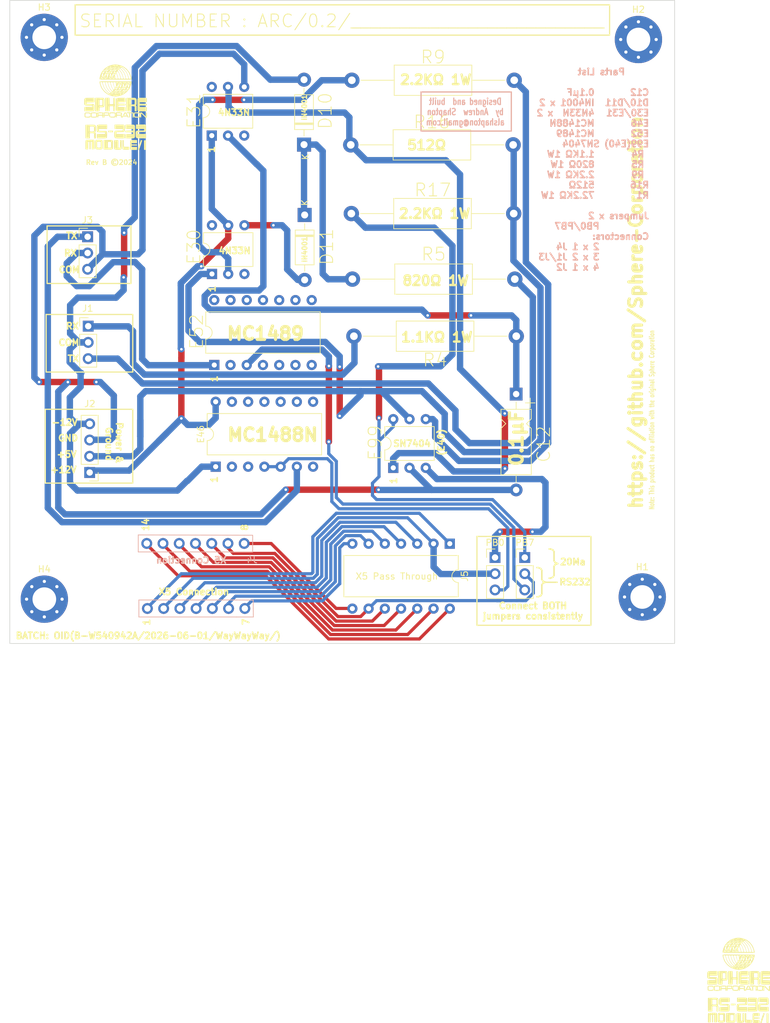
<source format=kicad_pcb>
(kicad_pcb (version 20221018) (generator pcbnew)
  (title_block (title "Project ARC: Sphere-1 RS-232 Module") (date "2023-07-31") (rev "0.2") (comment 1 "Additional RS/232 Circuitry"))
  (layers (0 "F.Cu" signal) (31 "B.Cu" signal) (34 "B.Paste" user) (35 "F.Paste" user) (36 "B.SilkS" user "B.Silkscreen") (37 "F.SilkS" user "F.Silkscreen") (38 "B.Mask" user) (39 "F.Mask" user) (44 "Edge.Cuts" user))
  (property "FAB_PLANT_USER" "W540942A")
  (net 0 "")
  (net 1 "Net-(D10-K)")
  (net 2 "Net-(D11-A)")
  (net 3 "Net-(E30-A)")
  (net 4 "Net-(E30-C-Pad2)")
  (net 6 "Net-(E31-A)")
  (net 8 "Net-(C12-Pad1)")
  (net 10 "Net-(E31-E)")
  (net 14 "Net-(E46-2A)")
  (net 15 "Net-(E46-2Y)")
  (net 17 "Net-(E46-3Y)")
  (net 23 "Net-(E52-1A)")
  (net 25 "Net-(E52-1Y)")
  (net 30 "Net-(E52-3Y)")
  (net 36 "Net-(J1-Pin_1)")
  (net 37 "Net-(J1-Pin_3)")
  (net 38 "Net-(E99-1A)")
  (net 39 "Net-(E99-2A)")
  (net 40 "Net-(E99-2Y)")
  (net 41 "Net-(E99-1Y)")
  (net 47 "Net-(J5-Pin_1)")
  (net 48 "Net-(J5-Pin_2)")
  (net 49 "Net-(J5-Pin_3)")
  (net 50 "Net-(J5-Pin_4)")
  (net 51 "Net-(J5-Pin_6)")
  (net 52 "Net-(J5-Pin_7)")
  (net 53 "Net-(J5-Pin_9)")
  (net 54 "Net-(J5-Pin_10)")
  (net 55 "Net-(J5-Pin_11)")
  (net 56 "Net-(J5-Pin_12)")
  (net 57 "Net-(J5-Pin_13)")
  (net 58 "Net-(J5-Pin_14)")
  (net 59 "Net-(D10-A)")
  (net 60 "Net-(J5-Pin_5)")
  (net 61 "Net-(J5-Pin_8)")
  (footprint "Connector_PinHeader_2.54mm:PinHeader_1x03_P2.54mm_Vertical" (layer "F.Cu") (at 96.56 107.19)
    (fp_text reference "PB7")
    (fp_text value "Jumper_3_Bridged12" hide)
  )
  (footprint "RS232:rs232-module-1-logo" (layer "F.Cu") (at 129.93 178.02)
    (fp_text reference "G***" hide)
    (fp_text value "LOGO" hide)
  )
  (footprint "Package_DIP:DIP-6_W7.62mm" (layer "F.Cu") (at 75.99 93.16 90)
    (fp_text reference "E99")
    (fp_text value "SN7404")
  )
  (footprint "Package_DIP:DIP-6_W7.62mm" (layer "F.Cu") (at 47.63 62.82 90)
    (fp_text reference "E30")
    (fp_text value "4N33N")
  )
  (footprint "Package_DIP:DIP-14_W10.16mm" (layer "F.Cu") (at 47.99 77.07 90)
    (fp_text reference "E52")
    (fp_text value "MC1489")
  )
  (footprint "Connector_PinHeader_2.54mm:PinHeader_1x03_P2.54mm_Vertical" (layer "F.Cu") (at 91.91 107.19)
    (fp_text reference "PB0")
    (fp_text value "Jumper_3_Bridged12" hide)
  )
  (footprint "Package_DIP:DIP-6_W7.62mm" (layer "F.Cu") (at 47.6 41.17 90)
    (fp_text reference "E31")
    (fp_text value "4N33N")
  )
  (footprint "RS232:sphere-corp-board-logo" (layer "F.Cu") (at 130.03 170.84)
    (fp_text reference "G***" hide)
    (fp_text value "LOGO" hide)
  )
  (footprint "RS232:sphere-corp-board-logo" (layer "F.Cu") (at 32.567207 34.187225)
    (fp_text reference "G***" hide)
    (fp_text value "LOGO" hide)
  )
  (footprint "Resistor_THT:R_Axial_DIN0414_L11.9mm_D4.5mm_P25.40mm_Horizontal" (layer "F.Cu") (at 95.23 72.56 180)
    (fp_text reference "R4")
    (fp_text value "1.1 kOhm  1W")
  )
  (footprint "Package_DIP:DIP-14_W10.16mm" (layer "F.Cu") (at 48.21 92.98 90)
    (fp_text reference "E46")
    (fp_text value "MC1488N")
  )
  (footprint "Diode_THT:D_DO-41_SOD81_P10.16mm_Horizontal" (layer "F.Cu") (at 62.13 53.59 -90)
    (fp_text reference "D11" hide)
    (fp_text value "1N4001")
  )
  (footprint "Resistor_THT:R_Axial_DIN0414_L11.9mm_D4.5mm_P25.40mm_Horizontal" (layer "F.Cu") (at 69.43 53.37)
    (fp_text reference "R17")
    (fp_text value "1 kOhm  ¼W")
  )
  (footprint "Connector_PinHeader_2.54mm:PinHeader_1x04_P2.54mm_Vertical" (layer "F.Cu") (at 28.5 93.89 180)
    (fp_text reference "J2")
    (fp_text value "Conn_01x04_Pin")
  )
  (footprint "Package_DIP:DIP-14_W10.16mm" (layer "F.Cu") (at 84.83 105.03 -90)
    (fp_text reference "J5")
    (fp_text value "X5 Pass Through")
  )
  (footprint "Connector_PinHeader_2.54mm:PinHeader_1x03_P2.54mm_Vertical" (layer "F.Cu") (at 28.27 70.99)
    (fp_text reference "J1")
    (fp_text value "Conn_01x03_Pin")
  )
  (footprint "RS232:rs232-module-1-logo" (layer "F.Cu") (at 32.557207 41.397225)
    (fp_text reference "G***" hide)
    (fp_text value "LOGO" hide)
  )
  (footprint "Capacitor_THT:CP_Axial_L10.0mm_D4.5mm_P15.00mm_Horizontal" (layer "F.Cu") (at 95.21 81.62 -90)
    (fp_text reference "C12")
    (fp_text value "CK-104")
  )
  (footprint "MountingHole:MountingHole_3.7mm_Pad_Via" (layer "F.Cu") (at 114.94 113.37)
    (fp_text reference "H1")
    (fp_text value "MountingHole_Pad")
  )
  (footprint "Resistor_THT:R_Axial_DIN0414_L11.9mm_D4.5mm_P25.40mm_Horizontal" (layer "F.Cu") (at 69.6 63.63)
    (fp_text reference "R5")
    (fp_text value "820 Ohm  1W")
  )
  (footprint "MountingHole:MountingHole_3.7mm_Pad_Via" (layer "F.Cu") (at 21.407779 113.712221)
    (fp_text reference "H4")
    (fp_text value "MountingHole_Pad")
  )
  (footprint "MountingHole:MountingHole_3.7mm_Pad_Via" (layer "F.Cu") (at 114.34 26.135)
    (fp_text reference "H2")
    (fp_text value "MountingHole_Pad")
  )
  (footprint "Diode_THT:D_DO-41_SOD81_P10.16mm_Horizontal" (layer "F.Cu") (at 62.03 42.58 90)
    (fp_text reference "D10")
    (fp_text value "1N4001")
  )
  (footprint "Resistor_THT:R_Axial_DIN0414_L11.9mm_D4.5mm_P25.40mm_Horizontal" (layer "F.Cu") (at 69.34 42.62)
    (fp_text reference "R16")
    (fp_text value "512 Ohm  ¼W")
  )
  (footprint "Resistor_THT:R_Axial_DIN0414_L11.9mm_D4.5mm_P25.40mm_Horizontal" (layer "F.Cu") (at 69.51 32.51)
    (fp_text reference "R9")
    (fp_text value "2 kOhm  ¼W")
  )
  (footprint "MountingHole:MountingHole_3.7mm_Pad_Via" (layer "F.Cu") (at 21.39 25.795)
    (fp_text reference "H3")
    (fp_text value "MountingHole_Pad" hide)
  )
  (footprint "Connector_PinHeader_2.54mm:PinHeader_1x03_P2.54mm_Vertical" (layer "F.Cu") (at 28.18 57)
    (fp_text reference "J3")
    (fp_text value "Conn_01x03_Pin")
  )
  (footprint "Connector_PinHeader_2.54mm:PinHeader_1x07_P2.54mm_Vertical" (layer "B.Cu") (at 52.77 115.17 90)
    (fp_text reference "J4")
    (fp_text value "Conn_01x03_Pin" hide)
  )
  (footprint "Connector_PinHeader_2.54mm:PinHeader_1x07_P2.54mm_Vertical" (layer "B.Cu") (at 52.67 104.99 90)
    (fp_text reference "J6" hide)
    (fp_text value "Conn_01x03_Pin" hide)
  )
  (gr_rect (start 80.335 34.34) (end 94.455 40.46) (stroke (width 0.2)) (fill none) (layer "B.SilkS"))
  (gr_rect (start 26.23 20.71) (end 109.83 25.45) (stroke (width 0.2)) (fill none) (layer "F.SilkS"))
  (gr_rect (start 21.69 69.16) (end 35.24 78.17) (stroke (width 0.2)) (fill none) (layer "F.SilkS"))
  (gr_rect (start 89.08 103.895) (end 106.91 117.8) (stroke (width 0.2)) (fill none) (layer "F.SilkS"))
  (gr_rect (start 99.53 111.0546) (end 101.63 111.08) (stroke (width 0.2)) (fill none) (layer "F.SilkS"))
  (gr_rect (start 21.55 84) (end 35.24 95.55) (stroke (width 0.2)) (fill none) (layer "F.SilkS"))
  (gr_rect (start 21.84 55.3) (end 34.96 64.31) (stroke (width 0.2)) (fill none) (layer "F.SilkS"))
  (gr_rect (start 16.01 20) (end 120 120.65) (stroke (width 0.1)) (fill none) (layer "Edge.Cuts"))
  (gr_text "X5 Connection" (at 50.04 108.19) (layer "B.SilkS") (effects (font (size 1 1) (thickness 0.25) bold) (justify left bottom mirror)))
  (gr_text "Designed and  built\nby  Andrew  Shapton\nalshapton@gmail.com" (at 87.26 39.65) (layer "B.SilkS") (effects (font (size 1 0.75) (thickness 0.1875) bold) (justify bottom mirror)))
  (gr_text "	Parts List\n\nC12		 0.1µF\nD10/D11	 IN4001 x 2\nE30/E31	 4N33N  x 2\nE46		 MC1488N\nE52		 MC1489\nE99(E40) SN7404\n R4		 1.1KΩ 1W\n R5		 820Ω 1W\n R9		 2.2KΩ 1W \nR16		 512Ω\nR1		 72.2KΩ 1W \n\nJumpers x 2   \n		PB0/PB7\nConnectors:	\n		2 x 1 J4\n		3 x 2 J1/J3\n		4 x 1 J2\n" (at 116.13 62.36) (layer "B.SilkS") (effects (font (size 1 1) (thickness 0.25) bold) (justify left bottom mirror)))
  (gr_text "1" (at 47.67 65.16 90) (layer "F.SilkS") (effects (font (size 1 1) (thickness 0.25) bold)))
  (gr_text "+5V" (at 23.22 91.63) (layer "F.SilkS") (effects (font (size 1 1) (thickness 0.25) bold) (justify left bottom)))
  (gr_text "MC1489" (at 49.72 73.33) (layer "F.SilkS") (effects (font (size 2 2) (thickness 0.5) bold) (justify left bottom)))
  (gr_text "BATCH: OID(B-${FAB_PLANT_USER}/${CURRENT_DATE}/WayWayWay/)" (at 16.81 120.01) (layer "F.SilkS") (effects (font (size 1 1) (thickness 0.25) bold) (justify left bottom)))
  (gr_text "Note: This product has no afiliation with the original Sphere Corporation" (at 116.87 99.76 90) (layer "F.SilkS") (effects (font (size 0.75 0.5) (thickness 0.125) bold) (justify left bottom)))
  (gr_text "20Ma" (at 104.09 107.88) (layer "F.SilkS") (effects (font (size 1 1) (thickness 0.25) bold)))
  (gr_text "14" (at 37.85 103.17 90) (layer "F.SilkS") (effects (font (size 1 1) (thickness 0.25) bold) (justify left bottom)))
  (gr_text "RS232" (at 104.41 111.02) (layer "F.SilkS") (effects (font (size 1 1) (thickness 0.25) bold)))
  (gr_text "1" (at 48 94.98 90) (layer "F.SilkS") (effects (font (size 1 1) (thickness 0.25) bold)))
  (gr_text "512Ω" (at 77.97 43.54) (layer "F.SilkS") (effects (font (size 1.5 1.5) (thickness 0.375) bold) (justify left bottom)))
  (gr_text "(E40)" (at 83.49 89.16 90) (layer "F.SilkS") (effects (font (size 1 1) (thickness 0.25) bold)))
  (gr_text "RX" (at 24.36 60.13) (layer "F.SilkS") (effects (font (size 1 1) (thickness 0.25) bold) (justify left bottom)))
  (gr_text "820Ω 1W" (at 77.24 64.75) (layer "F.SilkS") (effects (font (size 1.5 1.5) (thickness 0.375) bold) (justify left bottom)))
  (gr_text "2.2KΩ 1W " (at 76.67 54.26) (layer "F.SilkS") (effects (font (size 1.5 1.5) (thickness 0.375) bold) (justify left bottom)))
  (gr_text "8\n" (at 53.33 103.13 90) (layer "F.SilkS") (effects (font (size 1 1) (thickness 0.25) bold) (justify left bottom)))
  (gr_text "Power &\n Ground" (at 30.94 85.88 270) (layer "F.SilkS") (effects (font (size 1 1) (thickness 0.25) bold) (justify left bottom)))
  (gr_text "GND" (at 23.44 89.09) (layer "F.SilkS") (effects (font (size 1 1) (thickness 0.25) bold) (justify left bottom)))
  (gr_text "MC1488N" (at 49.8 89.16) (layer "F.SilkS") (effects (font (size 2 2) (thickness 0.5) bold) (justify left bottom)))
  (gr_text "IN4001" (at 62.53 38.91 90) (layer "F.SilkS") (effects (font (size 0.75 0.75) (thickness 0.1875) bold) (justify left bottom)))
  (gr_text "-12V" (at 22.43 86.63) (layer "F.SilkS") (effects (font (size 1 1) (thickness 0.25) bold) (justify left bottom)))
  (gr_text "1" (at 76.05 95.17 90) (layer "F.SilkS") (effects (font (size 1 1) (thickness 0.25) bold)))
  (gr_text "X5 Connection" (at 39.17 113.14) (layer "F.SilkS") (effects (font (size 1 1) (thickness 0.25) bold) (justify left bottom)))
  (gr_text "7" (at 53.53 117.91 90) (layer "F.SilkS") (effects (font (size 1 1) (thickness 0.25) bold) (justify left bottom)))
  (gr_text "}" (at 99.23 110.82) (layer "F.SilkS") (effects (font (size 3 4) (thickness 0.25) bold)))
  (gr_text "1" (at 47.57 43.33 90) (layer "F.SilkS") (effects (font (size 1 1) (thickness 0.25) bold)))
  (gr_text "RX" (at 24.65 71.56) (layer "F.SilkS") (effects (font (size 1 1) (thickness 0.25) bold) (justify left bottom)))
  (gr_text "TX" (at 24.91 76.66) (layer "F.SilkS") (effects (font (size 1 1) (thickness 0.25) bold) (justify left bottom)))
  (gr_text "https://github.com/Sphere-Corporation" (at 115.1 99.82 90) (layer "F.SilkS") (effects (font (size 2 2) (thickness 0.5) bold) (justify left bottom)))
  (gr_text "+12V" (at 22.26 94.05) (layer "F.SilkS") (effects (font (size 1 1) (thickness 0.25) bold) (justify left bottom)))
  (gr_text "2.2KΩ 1W " (at 76.86 33.31) (layer "F.SilkS") (effects (font (size 1.5 1.5) (thickness 0.375) bold) (justify left bottom)))
  (gr_text "SERIAL NUMBER : ARC/0.2/__________________________" (at 26.79 24.39) (layer "F.SilkS") (effects (font (size 2 2)) (justify left bottom)))
  (gr_text "Rev B ©2024" (at 27.827207 45.797225) (layer "F.SilkS") (effects (font (size 0.75 0.75)) (justify left bottom)))
  (gr_text "IN4001" (at 62.57 61.12 90) (layer "F.SilkS") (effects (font (size 0.75 0.75) (thickness 0.1875) bold) (justify left bottom)))
  (gr_text "0.1µF" (at 96.43 93.14 90) (layer "F.SilkS") (effects (font (size 2 2) (thickness 0.5) bold) (justify left bottom)))
  (gr_text "TX" (at 24.67 57.43) (layer "F.SilkS") (effects (font (size 1 1) (thickness 0.25) bold) (justify left bottom)))
  (gr_text "COM" (at 23.54 62.74) (layer "F.SilkS") (effects (font (size 1 1) (thickness 0.25) bold) (justify left bottom)))
  (gr_text "4N33N" (at 48.44 38.13) (layer "F.SilkS") (effects (font (size 1 1) (thickness 0.25) bold) (justify left bottom)))
  (gr_text "}" (at 101.14 107.91) (layer "F.SilkS") (effects (font (size 3 4) (thickness 0.25) bold)))
  (gr_text "Connect BOTH\njumpers consistently" (at 97.84 116.94) (layer "F.SilkS") (effects (font (size 1 1) (thickness 0.25) bold) (justify bottom)))
  (gr_text "SN7404" (at 78.92 89.36) (layer "F.SilkS") (effects (font (size 1 1) (thickness 0.25) bold)))
  (gr_text "1.1KΩ 1W" (at 77.03 73.6) (layer "F.SilkS") (effects (font (size 1.5 1.5) (thickness 0.375) bold) (justify left bottom)))
  (gr_text "D11" (at 65.58 58.57 90) (layer "F.SilkS") (effects (font (size 2 2))))
  (gr_text "COM" (at 23.49 74.14) (layer "F.SilkS") (effects (font (size 1 1) (thickness 0.25) bold) (justify left bottom)))
  (gr_text "1" (at 48 79.22 90) (layer "F.SilkS") (effects (font (size 1 1) (thickness 0.25) bold)))
  (gr_text "1\n" (at 38.01 117.95 90) (layer "F.SilkS") (effects (font (size 1 1) (thickness 0.25) bold) (justify left bottom)))
  (gr_text "4N33N" (at 48.54 59.76) (layer "F.SilkS") (effects (font (size 1 1) (thickness 0.25) bold) (justify left bottom)))
  (segment (start 63.91 42.58) (end 64.95 43.62) (width 1) (layer "B.Cu") (net 1))
  (segment (start 62.03 42.58) (end 63.91 42.58) (width 1) (layer "B.Cu") (net 1))
  (segment (start 64.95 43.62) (end 64.95 62.79) (width 1) (layer "B.Cu") (net 1))
  (segment (start 65.81 63.65) (end 69.58 63.65) (width 1) (layer "B.Cu") (net 1))
  (segment (start 64.95 62.79) (end 65.81 63.65) (width 1) (layer "B.Cu") (net 1))
  (segment (start 69.58 63.65) (end 69.6 63.63) (width 1) (layer "B.Cu") (net 1))
  (segment (start 62.03 42.58) (end 62.03 53.49) (width 1) (layer "B.Cu") (net 1))
  (segment (start 62.03 53.49) (end 62.13 53.59) (width 1) (layer "B.Cu") (net 1))
  (segment (start 52.71 55.2) (end 57.24 55.2) (width 1) (layer "F.Cu") (net 2))
  (via (at 57.24 55.2) (size 0.8) (drill 0.4) (layers "F.Cu" "B.Cu") (net 2))
  (segment (start 61.05 63.75) (end 59.4 62.1) (width 1) (layer "B.Cu") (net 2))
  (segment (start 57.24 55.2) (end 58.6 55.2) (width 1) (layer "B.Cu") (net 2))
  (segment (start 62.13 63.75) (end 61.05 63.75) (width 1) (layer "B.Cu") (net 2))
  (segment (start 58.6 55.2) (end 59.4 56) (width 1) (layer "B.Cu") (net 2))
  (segment (start 59.4 56) (end 59.4 62.1) (width 1) (layer "B.Cu") (net 2))
  (segment (start 67.61 85.04) (end 67.61 84.27) (width 1) (layer "F.Cu") (net 3))
  (segment (start 67.61 84.27) (end 67.61 77.34) (width 1) (layer "F.Cu") (net 3))
  (via (at 67.61 85.04) (size 0.8) (drill 0.4) (layers "F.Cu" "B.Cu") (net 3))
  (via (at 67.61 77.34) (size 0.8) (drill 0.4) (layers "F.Cu" "B.Cu") (net 3))
  (segment (start 43.96 71.722944) (end 43.96 64.75) (width 1) (layer "B.Cu") (net 3))
  (segment (start 84.04 84.72) (end 84.04 87.65) (width 1) (layer "B.Cu") (net 3))
  (segment (start 65.347056 73.46) (end 45.697056 73.46) (width 1) (layer "B.Cu") (net 3))
  (segment (start 80.48 81.16) (end 82.12 82.8) (width 1) (layer "B.Cu") (net 3))
  (segment (start 99.02 64.962994) (end 94.79 60.732994) (width 1) (layer "B.Cu") (net 3))
  (segment (start 94.79 60.732994) (end 94.79 53.41) (width 1) (layer "B.Cu") (net 3))
  (segment (start 67.61 75.722944) (end 65.347056 73.46) (width 1) (layer "B.Cu") (net 3))
  (segment (start 82.12 82.8) (end 84.04 84.72) (width 1) (layer "B.Cu") (net 3))
  (segment (start 36.42 81.99) (end 37.25 81.16) (width 1) (layer "B.Cu") (net 3))
  (segment (start 35.425 91.155) (end 36.42 90.16) (width 1) (layer "B.Cu") (net 3))
  (segment (start 45.697056 73.46) (end 43.96 71.722944) (width 1) (layer "B.Cu") (net 3))
  (segment (start 70.86 81.16) (end 70.86 81.79) (width 1) (layer "B.Cu") (net 3))
  (segment (start 36.42 88.24) (end 36.42 85.72) (width 1) (layer "B.Cu") (net 3))
  (segment (start 99.02 88.807056) (end 99.02 64.962994) (width 1) (layer "B.Cu") (net 3))
  (segment (start 67.61 77.34) (end 67.61 75.722944) (width 1) (layer "B.Cu") (net 3))
  (segment (start 87.08 90.69) (end 97.137056 90.69) (width 1) (layer "B.Cu") (net 3))
  (segment (start 28.5 91.35) (end 35.23 91.35) (width 1) (layer "B.Cu") (net 3))
  (segment (start 74.07 81.16) (end 80.48 81.16) (width 1) (layer "B.Cu") (net 3))
  (segment (start 97.137056 90.69) (end 99.02 88.807056) (width 1) (layer "B.Cu") (net 3))
  (segment (start 84.04 87.65) (end 87.08 90.69) (width 1) (layer "B.Cu") (net 3))
  (segment (start 70.86 81.79) (end 67.61 85.04) (width 1) (layer "B.Cu") (net 3))
  (segment (start 43.96 64.75) (end 45.89 62.82) (width 1) (layer "B.Cu") (net 3))
  (segment (start 94.83 42.71) (end 94.74 42.62) (width 1) (layer "B.Cu") (net 3))
  (segment (start 78.53 85.54) (end 74.15 81.16) (width 1) (layer "B.Cu") (net 3))
  (segment (start 94.79 53.41) (end 94.83 53.37) (width 1) (layer "B.Cu") (net 3))
  (segment (start 94.83 53.37) (end 94.83 42.71) (width 1) (layer "B.Cu") (net 3))
  (segment (start 70.86 81.16) (end 74.07 81.16) (width 1) (layer "B.Cu") (net 3))
  (segment (start 74.15 81.16) (end 74.07 81.16) (width 1) (layer "B.Cu") (net 3))
  (segment (start 37.25 81.16) (end 70.86 81.16) (width 1) (layer "B.Cu") (net 3))
  (segment (start 36.42 90.16) (end 36.42 88.24) (width 1) (layer "B.Cu") (net 3))
  (segment (start 45.89 62.82) (end 47.63 62.82) (width 1) (layer "B.Cu") (net 3))
  (segment (start 94.74 53.28) (end 94.83 53.37) (width 1) (layer "B.Cu") (net 3))
  (segment (start 36.42 88.24) (end 36.42 81.99) (width 1) (layer "B.Cu") (net 3))
  (segment (start 47.73 35.57) (end 52.64 35.57) (width 1) (layer "F.Cu") (net 4))
  (via (at 47.73 35.57) (size 0.8) (drill 0.4) (layers "F.Cu" "B.Cu") (net 4))
  (via (at 52.64 35.57) (size 0.8) (drill 0.4) (layers "F.Cu" "B.Cu") (net 4))
  (segment (start 49.2 59.42) (end 46.65 59.42) (width 1) (layer "B.Cu") (net 4))
  (segment (start 69.51 32.51) (end 64.8 32.51) (width 1) (layer "B.Cu") (net 4))
  (segment (start 50.17 62.82) (end 50.17 60.39) (width 1) (layer "B.Cu") (net 4))
  (segment (start 46.4 35.57) (end 47.73 35.57) (width 1) (layer "B.Cu") (net 4))
  (segment (start 46.65 59.42) (end 45.62 58.39) (width 1) (layer "B.Cu") (net 4))
  (segment (start 61.74 35.57) (end 52.64 35.57) (width 1) (layer "B.Cu") (net 4))
  (segment (start 45.62 58.39) (end 45.62 36.35) (width 1) (layer "B.Cu") (net 4))
  (segment (start 50.17 60.39) (end 49.2 59.42) (width 1) (layer "B.Cu") (net 4))
  (segment (start 64.8 32.51) (end 61.74 35.57) (width 1) (layer "B.Cu") (net 4))
  (segment (start 45.62 36.35) (end 46.4 35.57) (width 1) (layer "B.Cu") (net 4))
  (segment (start 50.17 57.27) (end 50.17 55.2) (width 1) (layer "F.Cu") (net 6))
  (segment (start 42.85 75.9) (end 42.85 74.6) (width 1) (layer "F.Cu") (net 6))
  (segment (start 45.96 61.62) (end 45.96 61.48) (width 1) (layer "F.Cu") (net 6))
  (segment (start 42.84 75.91) (end 42.85 75.9) (width 1) (layer "F.Cu") (net 6))
  (segment (start 45.96 61.48) (end 50.17 57.27) (width 1) (layer "F.Cu") (net 6))
  (segment (start 42.84 85.43) (end 42.84 75.91) (width 1) (layer "F.Cu") (net 6))
  (via (at 42.85 74.6) (size 0.8) (drill 0.4) (layers "F.Cu" "B.Cu") (net 6))
  (via (at 42.84 85.43) (size 0.8) (drill 0.4) (layers "F.Cu" "B.Cu") (net 6))
  (via (at 45.96 61.62) (size 0.8) (drill 0.4) (layers "F.Cu" "B.Cu") (net 6))
  (segment (start 50.17 55.2) (end 50.17 55.16) (width 1) (layer "B.Cu") (net 6))
  (segment (start 42.76 74.51) (end 42.76 64.59) (width 1) (layer "B.Cu") (net 6))
  (segment (start 47.6 52.63) (end 50.17 55.2) (width 1) (layer "B.Cu") (net 6))
  (segment (start 39.368528 88.908528) (end 42.84 85.437056) (width 1) (layer "B.Cu") (net 6))
  (segment (start 42.84 85.44) (end 43.84 86.44) (width 1) (layer "B.Cu") (net 6))
  (segment (start 42.76 64.59) (end 42.76 64.252944) (width 1) (layer "B.Cu") (net 6))
  (segment (start 42.85 74.6) (end 42.76 74.51) (width 1) (layer "B.Cu") (net 6))
  (segment (start 42.84 85.43) (end 42.84 85.44) (width 1) (layer "B.Cu") (net 6))
  (segment (start 28.17 93.59) (end 34.687056 93.59) (width 1) (layer "B.Cu") (net 6))
  (segment (start 39.368528 88.908528) (end 40.547056 87.73) (width 1) (layer "B.Cu") (net 6))
  (segment (start 47.6 41.17) (end 47.6 52.63) (width 1) (layer "B.Cu") (net 6))
  (segment (start 43.84 86.44) (end 47.13 86.44) (width 1) (layer "B.Cu") (net 6))
  (segment (start 42.84 85.437056) (end 42.84 85.43) (width 1) (layer "B.Cu") (net 6))
  (segment (start 45.392944 61.62) (end 45.96 61.62) (width 1) (layer "B.Cu") (net 6))
  (segment (start 47.13 86.44) (end 48.21 85.36) (width 1) (layer "B.Cu") (net 6))
  (segment (start 42.76 64.252944) (end 45.392944 61.62) (width 1) (layer "B.Cu") (net 6))
  (segment (start 28.26 93.5) (end 28.17 93.59) (width 1) (layer "B.Cu") (net 6))
  (segment (start 48.21 85.36) (end 48.21 82.82) (width 1) (layer "B.Cu") (net 6))
  (segment (start 34.687056 93.59) (end 39.368528 88.908528) (width 1) (layer "B.Cu") (net 6))
  (segment (start 81.37 69.31) (end 88.15 69.31) (width 1) (layer "F.Cu") (net 8))
  (via (at 81.37 69.31) (size 0.8) (drill 0.4) (layers "F.Cu" "B.Cu") (net 8))
  (via (at 88.15 69.31) (size 0.8) (drill 0.4) (layers "F.Cu" "B.Cu") (net 8))
  (segment (start 95.23 72.56) (end 95.23 70.04) (width 1) (layer "B.Cu") (net 8))
  (segment (start 47.368679 65.41) (end 46.49 66.288679) (width 1) (layer "B.Cu") (net 8))
  (segment (start 54.64 45.64) (end 55.67 46.67) (width 1) (layer "B.Cu") (net 8))
  (segment (start 55.67 64.728679) (end 54.988679 65.41) (width 1) (layer "B.Cu") (net 8))
  (segment (start 54.988679 65.41) (end 47.368679 65.41) (width 1) (layer "B.Cu") (net 8))
  (segment (start 95.23 81.6) (end 95.21 81.62) (width 1) (layer "B.Cu") (net 8))
  (segment (start 95.23 70.04) (end 94.5 69.31) (width 1) (layer "B.Cu") (net 8))
  (segment (start 55.67 46.67) (end 55.67 64.728679) (width 1) (layer "B.Cu") (net 8))
  (segment (start 46.49 66.288679) (end 46.49 67.59) (width 1) (layer "B.Cu") (net 8))
  (segment (start 47.31 68.41) (end 80.47 68.41) (width 1) (layer "B.Cu") (net 8))
  (segment (start 95.23 72.56) (end 95.23 81.6) (width 1) (layer "B.Cu") (net 8))
  (segment (start 94.5 69.31) (end 88.15 69.31) (width 1) (layer "B.Cu") (net 8))
  (segment (start 50.14 41.17) (end 54.61 45.64) (width 1) (layer "B.Cu") (net 8))
  (segment (start 46.49 67.59) (end 47.31 68.41) (width 1) (layer "B.Cu") (net 8))
  (segment (start 80.47 68.41) (end 81.37 69.31) (width 1) (layer "B.Cu") (net 8))
  (segment (start 54.61 45.64) (end 54.64 45.64) (width 1) (layer "B.Cu") (net 8))
  (segment (start 73.68 96.58) (end 73.69 96.59) (width 1) (layer "F.Cu") (net 10))
  (segment (start 29.54 79.73) (end 20.59 79.73) (width 1) (layer "F.Cu") (net 10))
  (segment (start 59.17 96.58) (end 73.68 96.58) (width 1) (layer "F.Cu") (net 10))
  (via (at 25.09 79.74) (size 0.8) (drill 0.4) (layers "F.Cu" "B.Cu") (net 10))
  (via (at 73.69 96.59) (size 0.8) (drill 0.4) (layers "F.Cu" "B.Cu") (net 10))
  (via (at 29.54 79.73) (size 0.8) (drill 0.4) (layers "F.Cu" "B.Cu") (net 10))
  (via (at 59.17 96.58) (size 0.8) (drill 0.4) (layers "F.Cu" "B.Cu") (net 10))
  (via (at 20.59 79.73) (size 0.8) (drill 0.4) (layers "F.Cu" "B.Cu") (net 10))
  (segment (start 30.52 59.74) (end 28.18 62.08) (width 1) (layer "B.Cu") (net 10))
  (segment (start 23.59 81.24) (end 25.09 79.74) (width 1) (layer "B.Cu") (net 10))
  (segment (start 95.21 96.62) (end 81.99 96.62) (width 1) (layer "B.Cu") (net 10))
  (segment (start 36.067056 59.74) (end 30.52 59.74) (width 1) (layer "B.Cu") (net 10))
  (segment (start 29.54 79.73) (end 30.152944 79.73) (width 1) (layer "B.Cu") (net 10))
  (segment (start 19.85 78.99) (end 19.85 56.83) (width 1) (layer "B.Cu") (net 10))
  (segment (start 59.17 96.58) (end 55.31 100.44) (width 1) (layer "B.Cu") (net 10))
  (segment (start 24.647056 100.44) (end 23.59 99.382944) (width 1) (layer "B.Cu") (net 10))
  (segment (start 81.99 96.62) (end 78.53 93.16) (width 1) (layer "B.Cu") (net 10))
  (segment (start 39.43 28.36) (end 36.76 31.03) (width 1) (layer "B.Cu") (net 10))
  (segment (start 30.49 59.77) (end 28.18 62.08) (width 1) (layer "B.Cu") (net 10))
  (segment (start 36.76 59.047056) (end 36.067056 59.74) (width 1) (layer "B.Cu") (net 10))
  (segment (start 30.49 56.21) (end 30.49 59.77) (width 1) (layer "B.Cu") (net 10))
  (segment (start 52.68 30.04) (end 51 28.36) (width 1) (layer "B.Cu") (net 10))
  (segment (start 28.54 88.77) (end 28.5 88.81) (width 1) (layer "B.Cu") (net 10))
  (segment (start 73.71 96.61) (end 73.69 96.59) (width 1) (layer "B.Cu") (net 10))
  (segment (start 55.31 100.44) (end 24.647056 100.44) (width 1) (layer "B.Cu") (net 10))
  (segment (start 19.85 56.83) (end 21.23 55.45) (width 1) (layer "B.Cu") (net 10))
  (segment (start 51 28.36) (end 39.43 28.36) (width 1) (layer "B.Cu") (net 10))
  (segment (start 36.76 31.03) (end 36.76 59.047056) (width 1) (layer "B.Cu") (net 10))
  (segment (start 73.71 96.62) (end 73.71 96.61) (width 1) (layer "B.Cu") (net 10))
  (segment (start 21.23 55.45) (end 29.73 55.45) (width 1) (layer "B.Cu") (net 10))
  (segment (start 81.99 96.62) (end 73.71 96.62) (width 1) (layer "B.Cu") (net 10))
  (segment (start 30.152944 79.73) (end 32.28 81.857056) (width 1) (layer "B.Cu") (net 10))
  (segment (start 20.59 79.73) (end 19.85 78.99) (width 1) (layer "B.Cu") (net 10))
  (segment (start 32.28 81.857056) (end 32.28 88.24) (width 1) (layer "B.Cu") (net 10))
  (segment (start 32.28 88.24) (end 31.75 88.77) (width 1) (layer "B.Cu") (net 10))
  (segment (start 23.59 99.382944) (end 23.59 81.24) (width 1) (layer "B.Cu") (net 10))
  (segment (start 31.75 88.77) (end 28.54 88.77) (width 1) (layer "B.Cu") (net 10))
  (segment (start 52.68 33.55) (end 52.68 30.04) (width 1) (layer "B.Cu") (net 10))
  (segment (start 29.73 55.45) (end 30.49 56.21) (width 1) (layer "B.Cu") (net 10))
  (segment (start 67.509441 99.57) (end 66.38 98.440559) (width 0.5) (layer "B.Cu") (net 14))
  (segment (start 65.683554 91.73) (end 59.62 91.73) (width 0.5) (layer "B.Cu") (net 14))
  (segment (start 93.91 102.58) (end 90.9 99.57) (width 0.5) (layer "B.Cu") (net 14))
  (segment (start 93.35 112.26) (end 93.91 111.7) (width 0.5) (layer "B.Cu") (net 14))
  (segment (start 91.91 112.27) (end 91.92 112.26) (width 1) (layer "B.Cu") (net 14))
  (segment (start 59.62 91.73) (end 58.37 92.98) (width 0.5) (layer "B.Cu") (net 14))
  (segment (start 66.38 98.440559) (end 66.38 92.426446) (width 0.5) (layer "B.Cu") (net 14))
  (segment (start 91.92 112.26) (end 93.35 112.26) (width 0.5) (layer "B.Cu") (net 14))
  (segment (start 58.37 92.98) (end 55.83 92.98) (width 0.5) (layer "B.Cu") (net 14))
  (segment (start 66.38 92.426446) (end 65.683554 91.73) (width 0.5) (layer "B.Cu") (net 14))
  (segment (start 90.9 99.57) (end 67.509441 99.57) (width 0.5) (layer "B.Cu") (net 14))
  (segment (start 93.91 111.7) (end 93.91 102.58) (width 0.5) (layer "B.Cu") (net 14))
  (segment (start 60.91 92.98) (end 60.91 96.707056) (width 1) (layer "B.Cu") (net 15))
  (segment (start 24.17 101.66) (end 55.957056 101.66) (width 1) (layer "B.Cu") (net 15))
  (segment (start 60.91 96.707056) (end 58.368528 99.248528) (width 1) (layer "B.Cu") (net 15))
  (segment (start 58.368528 99.248528) (end 59.13 98.487056) (width 1) (layer "B.Cu") (net 15))
  (segment (start 59.13 98.487056) (end 59.13 98.47) (width 1) (layer "B.Cu") (net 15))
  (segment (start 61 93.07) (end 60.91 92.98) (width 0.25) (layer "B.Cu") (net 15))
  (segment (start 55.957056 101.66) (end 58.368528 99.248528) (width 1) (layer "B.Cu") (net 15))
  (segment (start 23.47 57) (end 21.95 58.52) (width 1) (layer "B.Cu") (net 15))
  (segment (start 28.18 57) (end 23.47 57) (width 1) (layer "B.Cu") (net 15))
  (segment (start 21.95 58.52) (end 21.95 99.44) (width 1) (layer "B.Cu") (net 15))
  (segment (start 21.95 99.44) (end 24.17 101.66) (width 1) (layer "B.Cu") (net 15))
  (segment (start 24.91 63.15) (end 26.48 64.72) (width 1) (layer "B.Cu") (net 23))
  (segment (start 24.91 61.16) (end 24.91 63.15) (width 1) (layer "B.Cu") (net 23))
  (segment (start 26.48 64.72) (end 28.44 64.72) (width 1) (layer "B.Cu") (net 23))
  (segment (start 37.68 77.1) (end 47.96 77.1) (width 1) (layer "B.Cu") (net 23))
  (segment (start 36.71 76.13) (end 37.68 77.1) (width 1) (layer "B.Cu") (net 23))
  (segment (start 32.19 60.97) (end 35.54 60.97) (width 1) (layer "B.Cu") (net 23))
  (segment (start 26.53 59.54) (end 24.91 61.16) (width 1) (layer "B.Cu") (net 23))
  (segment (start 35.57 60.94) (end 36.71 62.08) (width 1) (layer "B.Cu") (net 23))
  (segment (start 28.18 59.54) (end 26.53 59.54) (width 1) (layer "B.Cu") (net 23))
  (segment (start 35.54 60.97) (end 35.57 60.94) (width 1) (layer "B.Cu") (net 23))
  (segment (start 36.71 62.08) (end 36.71 76.13) (width 1) (layer "B.Cu") (net 23))
  (segment (start 47.96 77.1) (end 47.99 77.07) (width 1) (layer "B.Cu") (net 23))
  (segment (start 28.44 64.72) (end 32.19 60.97) (width 1) (layer "B.Cu") (net 23))
  (segment (start 65.92 77.22) (end 65.92 89.06) (width 1) (layer "F.Cu") (net 25))
  (segment (start 65.92 89.06) (end 65.9 89.08) (width 1) (layer "F.Cu") (net 25))
  (segment (start 65.92 77.22) (end 65.83 77.31) (width 1) (layer "F.Cu") (net 25))
  (via (at 65.9 89.08) (size 0.8) (drill 0.4) (layers "F.Cu" "B.Cu") (net 25))
  (via (at 65.92 77.22) (size 0.8) (drill 0.4) (layers "F.Cu" "B.Cu") (net 25))
  (segment (start 53.07 77.07) (end 55.48 74.66) (width 1) (layer "B.Cu") (net 25))
  (segment (start 65.9 90.956496) (end 65.9 89.08) (width 0.5) (layer "B.Cu") (net 25))
  (segment (start 67.08 97.797056) (end 67.08 92.136496) (width 0.5) (layer "B.Cu") (net 25))
  (segment (start 94.86 102.540051) (end 91.149949 98.83) (width 0.5) (layer "B.Cu") (net 25))
  (segment (start 65.92 75.73) (end 65.92 77.22) (width 1) (layer "B.Cu") (net 25))
  (segment (start 68.112944 98.83) (end 67.08 97.797056) (width 0.5) (layer "B.Cu") (net 25))
  (segment (start 64.85 74.66) (end 65.92 75.73) (width 1) (layer "B.Cu") (net 25))
  (segment (start 55.48 74.66) (end 64.85 74.66) (width 1) (layer "B.Cu") (net 25))
  (segment (start 96.56 112.27) (end 94.86 110.57) (width 0.5) (layer "B.Cu") (net 25))
  (segment (start 91.149949 98.83) (end 68.112944 98.83) (width 0.5) (layer "B.Cu") (net 25))
  (segment (start 67.08 92.136496) (end 65.9 90.956496) (width 0.5) (layer "B.Cu") (net 25))
  (segment (start 94.86 110.57) (end 94.86 102.540051) (width 0.5) (layer "B.Cu") (net 25))
  (segment (start 35.28 76.78) (end 37.07 78.57) (width 1) (layer "B.Cu") (net 36))
  (segment (start 28.3 71.02) (end 28.27 70.99) (width 1) (layer "B.Cu") (net 36))
  (segment (start 35.28 76.78) (end 35.28 71.77) (width 1) (layer "B.Cu") (net 36))
  (segment (start 37.07 78.57) (end 68.077056 78.57) (width 1) (layer "B.Cu") (net 36))
  (segment (start 68.077056 78.57) (end 69.92 76.727056) (width 1) (layer "B.Cu") (net 36))
  (segment (start 35.28 71.77) (end 34.53 71.02) (width 1) (layer "B.Cu") (net 36))
  (segment (start 69.92 76.727056) (end 69.92 72.65) (width 1) (layer "B.Cu") (net 36))
  (segment (start 69.92 72.65) (end 69.83 72.56) (width 1) (layer "B.Cu") (net 36))
  (segment (start 34.53 71.02) (end 28.3 71.02) (width 1) (layer "B.Cu") (net 36))
  (segment (start 36.762944 79.96) (end 32.872944 76.07) (width 1) (layer "B.Cu") (net 37))
  (segment (start 85.72 87.1) (end 85.72 84.2) (width 1) (layer "B.Cu") (net 37))
  (segment (start 87.91 89.29) (end 85.72 87.1) (width 1) (layer "B.Cu") (net 37))
  (segment (start 32.872944 76.07) (end 28.27 76.07) (width 1) (layer "B.Cu") (net 37))
  (segment (start 97.82 88.31) (end 96.84 89.29) (width 1) (layer "B.Cu") (net 37))
  (segment (start 81.48 79.96) (end 36.762944 79.96) (width 1) (layer "B.Cu") (net 37))
  (segment (start 97.82 66.45) (end 97.82 88.31) (width 1) (layer "B.Cu") (net 37))
  (segment (start 96.84 89.29) (end 87.91 89.29) (width 1) (layer "B.Cu") (net 37))
  (segment (start 85.72 84.2) (end 81.48 79.96) (width 1) (layer "B.Cu") (net 37))
  (segment (start 95 63.63) (end 97.82 66.45) (width 1) (layer "B.Cu") (net 37))
  (segment (start 93.46 93.27) (end 93.46 84.68) (width 1) (layer "F.Cu") (net 38))
  (segment (start 93.46 84.68) (end 93.43 84.65) (width 1) (layer "F.Cu") (net 38))
  (via (at 93.46 93.27) (size 0.8) (drill 0.4) (layers "F.Cu" "B.Cu") (net 38))
  (via (at 93.43 84.65) (size 0.8) (drill 0.4) (layers "F.Cu" "B.Cu") (net 38))
  (segment (start 76.82 90.86) (end 82.57 90.86) (width 1) (layer "B.Cu") (net 38))
  (segment (start 51.14 37.57) (end 68.38 37.57) (width 1) (layer "B.Cu") (net 38))
  (segment (start 93.43 84.65) (end 86.44 77.66) (width 1) (layer "B.Cu") (net 38))
  (segment (start 68.38 37.57) (end 69.12 38.31) (width 1) (layer "B.Cu") (net 38))
  (segment (start 75.98 93.15) (end 75.98 91.7) (width 1) (layer "B.Cu") (net 38))
  (segment (start 86.44 47.25) (end 84.21 45.02) (width 1) (layer "B.Cu") (net 38))
  (segment (start 75.99 93.16) (end 75.98 93.15) (width 1) (layer "B.Cu") (net 38))
  (segment (start 85.43 93.72) (end 93.01 93.72) (width 1) (layer "B.Cu") (net 38))
  (segment (start 86.44 77.66) (end 86.44 47.25) (width 1) (layer "B.Cu") (net 38))
  (segment (start 75.98 91.7) (end 76.82 90.86) (width 1) (layer "B.Cu") (net 38))
  (segment (start 50.14 33.55) (end 50.23 33.64) (width 1) (layer "B.Cu") (net 38))
  (segment (start 69.12 38.31) (end 69.12 42.4) (width 1) (layer "B.Cu") (net 38))
  (segment (start 84.21 45.02) (end 71.74 45.02) (width 1) (layer "B.Cu") (net 38))
  (segment (start 50.23 36.66) (end 51.14 37.57) (width 1) (layer "B.Cu") (net 38))
  (segment (start 50.23 33.64) (end 50.23 36.66) (width 1) (layer "B.Cu") (net 38))
  (segment (start 93.01 93.72) (end 93.46 93.27) (width 1) (layer "B.Cu") (net 38))
  (segment (start 71.74 45.02) (end 69.34 42.62) (width 1) (layer "B.Cu") (net 38))
  (segment (start 82.57 90.86) (end 85.43 93.72) (width 1) (layer "B.Cu") (net 38))
  (segment (start 92.66 103.16) (end 97.76 103.16) (width 1) (layer "F.Cu") (net 39))
  (via (at 97.76 103.16) (size 0.8) (drill 0.4) (layers "F.Cu" "B.Cu") (net 39))
  (via (at 92.66 103.16) (size 0.8) (drill 0.4) (layers "F.Cu" "B.Cu") (net 39))
  (segment (start 99.8 95.48) (end 99.24 94.92) (width 1) (layer "B.Cu") (net 39))
  (segment (start 91.91 107.19) (end 91.91 103.91) (width 1) (layer "B.Cu") (net 39))
  (segment (start 91.91 103.91) (end 92.66 103.16) (width 1) (layer "B.Cu") (net 39))
  (segment (start 99.8 102.42) (end 99.8 95.48) (width 1) (layer "B.Cu") (net 39))
  (segment (start 99.24 94.92) (end 82.83 94.92) (width 1) (layer "B.Cu") (net 39))
  (segment (start 99.06 103.16) (end 99.8 102.42) (width 1) (layer "B.Cu") (net 39))
  (segment (start 97.76 103.16) (end 99.06 103.16) (width 1) (layer "B.Cu") (net 39))
  (segment (start 82.83 94.92) (end 81.07 93.16) (width 1) (layer "B.Cu") (net 39))
  (segment (start 82.54 88.35) (end 82.54 85.91) (width 1) (layer "B.Cu") (net 40))
  (segment (start 86.26 92.07) (end 82.54 88.35) (width 1) (layer "B.Cu") (net 40))
  (segment (start 100.22 89.304112) (end 97.454112 92.07) (width 1) (layer "B.Cu") (net 40))
  (segment (start 82.17 85.54) (end 81.07 85.54) (width 1) (layer "B.Cu") (net 40))
  (segment (start 96.73 34.33) (end 96.73 60.975938) (width 1) (layer "B.Cu") (net 40))
  (segment (start 97.454112 92.07) (end 86.26 92.07) (width 1) (layer "B.Cu") (net 40))
  (segment (start 82.54 85.91) (end 82.17 85.54) (width 1) (layer "B.Cu") (net 40))
  (segment (start 96.73 60.975938) (end 100.22 64.465938) (width 1) (layer "B.Cu") (net 40))
  (segment (start 100.22 64.465938) (end 100.22 89.304112) (width 1) (layer "B.Cu") (net 40))
  (segment (start 94.91 32.51) (end 96.73 34.33) (width 1) (layer "B.Cu") (net 40))
  (segment (start 73.76 77.44) (end 73.62 77.3) (width 1) (layer "F.Cu") (net 41))
  (segment (start 73.76 85.35) (end 73.76 77.44) (width 1) (layer "F.Cu") (net 41))
  (via (at 73.62 77.3) (size 0.8) (drill 0.4) (layers "F.Cu" "B.Cu") (net 41))
  (via (at 73.76 85.35) (size 0.8) (drill 0.4) (layers "F.Cu" "B.Cu") (net 41))
  (segment (start 73.65 77.27) (end 73.62 77.3) (width 1) (layer "B.Cu") (net 41))
  (segment (start 73.76 94.54) (end 73.5 94.8) (width 0.5) (layer "B.Cu") (net 41))
  (segment (start 83.39 77.27) (end 73.65 77.27) (width 1) (layer "B.Cu") (net 41))
  (segment (start 75.99 86.71) (end 75.99 85.97) (width 0.5) (layer "B.Cu") (net 41))
  (segment (start 73.73 88.97) (end 75.99 86.71) (width 0.5) (layer "B.Cu") (net 41))
  (segment (start 85.24 58.42) (end 82.4 55.58) (width 1) (layer "B.Cu") (net 41))
  (segment (start 75.99 85.54) (end 75.99 85.97) (width 1) (layer "B.Cu") (net 41))
  (segment (start 82.4 55.58) (end 71.64 55.58) (width 1) (layer "B.Cu") (net 41))
  (segment (start 73.39 98.13) (end 72.74 97.48) (width 0.5) (layer "B.Cu") (net 41))
  (segment (start 72.74 95.56) (end 73.5 94.8) (width 0.5) (layer "B.Cu") (net 41))
  (segment (start 96.56 107.19) (end 96.56 103.16) (width 0.5) (layer "B.Cu") (net 41))
  (segment (start 71.64 55.58) (end 69.43 53.37) (width 1) (layer "B.Cu") (net 41))
  (segment (start 85.24 75.42) (end 85.24 58.42) (width 1) (layer "B.Cu") (net 41))
  (segment (start 72.74 97.48) (end 72.74 95.56) (width 0.5) (layer "B.Cu") (net 41))
  (segment (start 96.56 103.16) (end 91.53 98.13) (width 0.5) (layer "B.Cu") (net 41))
  (segment (start 73.76 85.35) (end 73.76 94.54) (width 0.5) (layer "B.Cu") (net 41))
  (segment (start 85.24 75.42) (end 83.39 77.27) (width 1) (layer "B.Cu") (net 41))
  (segment (start 91.53 98.13) (end 73.39 98.13) (width 0.5) (layer "B.Cu") (net 41))
  (segment (start 67.080302 100.27) (end 80.07 100.27) (width 0.5) (layer "B.Cu") (net 47))
  (segment (start 63.19005 109.74) (end 63.41 109.52005) (width 0.5) (layer "B.Cu") (net 47))
  (segment (start 63.41 103.9403) (end 67.080302 100.27) (width 0.5) (layer "B.Cu") (net 47))
  (segment (start 42.83 109.74) (end 63.19005 109.74) (width 0.5) (layer "B.Cu") (net 47))
  (segment (start 37.43 115.14) (end 42.83 109.74) (width 0.5) (layer "B.Cu") (net 47))
  (segment (start 63.41 109.52005) (end 63.41 103.9403) (width 0.5) (layer "B.Cu") (net 47))
  (segment (start 80.07 100.27) (end 84.83 105.03) (width 0.5) (layer "B.Cu") (net 47))
  (segment (start 78.23 100.97) (end 82.29 105.03) (width 0.5) (layer "B.Cu") (net 48))
  (segment (start 63.48 110.44) (end 64.11 109.81) (width 0.5) (layer "B.Cu") (net 48))
  (segment (start 82.3 108.66) (end 82.3 105.04) (width 1) (layer "B.Cu") (net 48))
  (segment (start 64.11 109.81) (end 64.11 104.23025) (width 0.5) (layer "B.Cu") (net 48))
  (segment (start 91.91 109.73) (end 86.53 109.73) (width 1) (layer "B.Cu") (net 48))
  (segment (start 82.3 105.04) (end 82.29 105.03) (width 1) (layer "B.Cu") (net 48))
  (segment (start 39.97 115.14) (end 44.67 110.44) (width 0.5) (layer "B.Cu") (net 48))
  (segment (start 67.370251 100.97) (end 78.23 100.97) (width 0.5) (layer "B.Cu") (net 48))
  (segment (start 44.67 110.44) (end 63.48 110.44) (width 0.5) (layer "B.Cu") (net 48))
  (segment (start 86.48 109.78) (end 83.42 109.78) (width 1) (layer "B.Cu") (net 48))
  (segment (start 86.53 109.73) (end 86.48 109.78) (width 1) (layer "B.Cu") (net 48))
  (segment (start 64.11 104.23025) (end 67.370251 100.97) (width 0.5) (layer "B.Cu") (net 48))
  (segment (start 83.42 109.78) (end 82.3 108.66) (width 1) (layer "B.Cu") (net 48))
  (segment (start 46.51 111.14) (end 63.7902 111.14) (width 0.5) (layer "B.Cu") (net 49))
  (segment (start 64.81 104.5202) (end 67.660201 101.67) (width 0.5) (layer "B.Cu") (net 49))
  (segment (start 42.51 115.14) (end 46.51 111.14) (width 0.5) (layer "B.Cu") (net 49))
  (segment (start 67.660201 101.67) (end 76.39 101.67) (width 0.5) (layer "B.Cu") (net 49))
  (segment (start 63.7902 111.14) (end 64.81 110.1202) (width 0.5) (layer "B.Cu") (net 49))
  (segment (start 76.39 101.67) (end 79.75 105.03) (width 0.5) (layer "B.Cu") (net 49))
  (segment (start 64.81 110.1202) (end 64.81 104.5202) (width 0.5) (layer "B.Cu") (net 49))
  (segment (start 48.35 111.84) (end 64.08015 111.84) (width 0.5) (layer "B.Cu") (net 50))
  (segment (start 67.95015 102.37) (end 74.55 102.37) (width 0.5) (layer "B.Cu") (net 50))
  (segment (start 74.55 102.37) (end 77.21 105.03) (width 0.5) (layer "B.Cu") (net 50))
  (segment (start 45.05 115.14) (end 48.35 111.84) (width 0.5) (layer "B.Cu") (net 50))
  (segment (start 64.08015 111.84) (end 65.520075 110.400075) (width 0.5) (layer "B.Cu") (net 50))
  (segment (start 65.520075 110.400075) (end 65.51 110.39) (width 0.5) (layer "B.Cu") (net 50))
  (segment (start 65.51 110.39) (end 65.51 104.81015) (width 0.5) (layer "B.Cu") (net 50))
  (segment (start 65.51 104.81015) (end 67.95015 102.37) (width 0.5) (layer "B.Cu") (net 50))
  (segment (start 70.87 103.77) (end 68.53005 103.77) (width 0.5) (layer "B.Cu") (net 51))
  (segment (start 50.13 114.45) (end 50.13 115.14) (width 0.5) (layer "B.Cu") (net 51))
  (segment (start 66.92 110.98005) (end 64.66005 113.24) (width 0.5) (layer "B.Cu") (net 51))
  (segment (start 68.53005 103.77) (end 66.92 105.38005) (width 0.5) (layer "B.Cu") (net 51))
  (segment (start 72.13 105.03) (end 70.87 103.77) (width 0.5) (layer "B.Cu") (net 51))
  (segment (start 64.66005 113.24) (end 51.34 113.24) (width 0.5) (layer "B.Cu") (net 51))
  (segment (start 51.34 113.24) (end 50.13 114.45) (width 0.5) (layer "B.Cu") (net 51))
  (segment (start 66.92 105.38005) (end 66.92 110.98005) (width 0.5) (layer "B.Cu") (net 51))
  (segment (start 67.59 111.3) (end 64.91 113.98) (width 0.5) (layer "B.Cu") (net 52))
  (segment (start 67.62 105.67) (end 68.26 105.03) (width 0.5) (layer "B.Cu") (net 52))
  (segment (start 67.62 111.3) (end 67.59 111.3) (width 0.5) (layer "B.Cu") (net 52))
  (segment (start 67.62 111.3) (end 67.62 105.67) (width 0.5) (layer "B.Cu") (net 52))
  (segment (start 52.67 115.14) (end 53.83 113.98) (width 0.5) (layer "B.Cu") (net 52))
  (segment (start 53.83 113.98) (end 64.91 113.98) (width 0.5) (layer "B.Cu") (net 52))
  (segment (start 68.26 105.03) (end 69.59 105.03) (width 0.5) (layer "B.Cu") (net 52))
  (segment (start 70.88 116.44) (end 72.13 115.19) (width 0.5) (layer "F.Cu") (net 53))
  (segment (start 57.45005 106.55) (end 67.34005 116.44) (width 0.5) (layer "F.Cu") (net 53))
  (segment (start 49.98 105.56) (end 50.97 106.55) (width 0.5) (layer "F.Cu") (net 53))
  (segment (start 50.97 106.55) (end 57.45005 106.55) (width 0.5) (layer "F.Cu") (net 53))
  (segment (start 67.34005 116.44) (end 70.88 116.44) (width 0.5) (layer "F.Cu") (net 53))
  (segment (start 73.38 113.94) (end 72.13 115.19) (width 0.5) (layer "B.Cu") (net 53))
  (segment (start 92.21 113.94) (end 96.728478 113.94) (width 0.5) (layer "B.Cu") (net 53))
  (segment (start 96.728478 113.94) (end 97.9 112.768478) (width 0.5) (layer "B.Cu") (net 53))
  (segment (start 92.21 113.94) (end 73.38 113.94) (width 0.5) (layer "B.Cu") (net 53))
  (segment (start 92.65995 113.94) (end 92.21 113.94) (width 0.5) (layer "B.Cu") (net 53))
  (segment (start 96.56 109.73) (end 96.51 109.78) (width 1) (layer "B.Cu") (net 53))
  (segment (start 97.9 111.07) (end 96.56 109.73) (width 0.5) (layer "B.Cu") (net 53))
  (segment (start 97.9 112.768478) (end 97.9 111.07) (width 0.5) (layer "B.Cu") (net 53))
  (segment (start 57.1601 107.25) (end 67.0501 117.14) (width 0.5) (layer "F.Cu") (net 54))
  (segment (start 49.71 107.25) (end 57.1601 107.25) (width 0.5) (layer "F.Cu") (net 54))
  (segment (start 47.44 105) (end 47.49 105) (width 1) (layer "F.Cu") (net 54))
  (segment (start 67.0501 117.14) (end 72.72 117.14) (width 0.5) (layer "F.Cu") (net 54))
  (segment (start 47.46 105) (end 49.71 107.25) (width 0.5) (layer "F.Cu") (net 54))
  (segment (start 47.44 105) (end 47.46 105) (width 1) (layer "F.Cu") (net 54))
  (segment (start 72.72 117.14) (end 74.67 115.19) (width 0.5) (layer "F.Cu") (net 54))
  (segment (start 74.56 117.84) (end 77.21 115.19) (width 0.5) (layer "F.Cu") (net 55))
  (segment (start 44.9 105) (end 44.99 105) (width 1) (layer "F.Cu") (net 55))
  (segment (start 47.85 107.95) (end 56.87015 107.95) (width 0.5) (layer "F.Cu") (net 55))
  (segment (start 44.9 105) (end 47.85 107.95) (width 0.5) (layer "F.Cu") (net 55))
  (segment (start 56.87015 107.95) (end 66.760151 117.84) (width 0.5) (layer "F.Cu") (net 55))
  (segment (start 66.760151 117.84) (end 74.56 117.84) (width 0.5) (layer "F.Cu") (net 55))
  (segment (start 42.36 105) (end 46.01 108.65) (width 0.5) (layer "F.Cu") (net 56))
  (segment (start 56.5802 108.65) (end 66.470202 118.54) (width 0.5) (layer "F.Cu") (net 56))
  (segment (start 46.01 108.65) (end 56.5802 108.65) (width 0.5) (layer "F.Cu") (net 56))
  (segment (start 76.4 118.54) (end 79.75 115.19) (width 0.5) (layer "F.Cu") (net 56))
  (segment (start 66.470202 118.54) (end 76.4 118.54) (width 0.5) (layer "F.Cu") (net 56))
  (segment (start 44.17 109.35) (end 56.29025 109.35) (width 0.5) (layer "F.Cu") (net 57))
  (segment (start 39.82 105) (end 44.17 109.35) (width 0.5) (layer "F.Cu") (net 57))
  (segment (start 66.180253 119.24) (end 78.24 119.24) (width 0.5) (layer "F.Cu") (net 57))
  (segment (start 56.29025 109.35) (end 66.180253 119.24) (width 0.5) (layer "F.Cu") (net 57))
  (segment (start 78.24 119.24) (end 82.29 115.19) (width 0.5) (layer "F.Cu") (net 57))
  (segment (start 65.890304 119.94) (end 80.08 119.94) (width 0.5) (layer "F.Cu") (net 58))
  (segment (start 37.28 105) (end 42.33 110.05) (width 0.5) (layer "F.Cu") (net 58))
  (segment (start 80.08 119.94) (end 84.83 115.19) (width 0.5) (layer "F.Cu") (net 58))
  (segment (start 56.0003 110.05) (end 65.890304 119.94) (width 0.5) (layer "F.Cu") (net 58))
  (segment (start 42.33 110.05) (end 56.0003 110.05) (width 0.5) (layer "F.Cu") (net 58))
  (segment (start 33.89 56.38) (end 33.89 63.16) (width 1) (layer "F.Cu") (net 59))
  (via (at 33.81 63.35) (size 0.8) (drill 0.4) (layers "F.Cu" "B.Cu") (net 59))
  (via (at 33.89 56.38) (size 0.8) (drill 0.4) (layers "F.Cu" "B.Cu") (net 59))
  (segment (start 26.82 73.53) (end 28.27 73.53) (width 1) (layer "B.Cu") (net 59))
  (segment (start 35.56 53.95) (end 33.89 55.62) (width 1) (layer "B.Cu") (net 59))
  (segment (start 42.222944 96.71) (end 43.732944 95.2) (width 1) (layer "B.Cu") (net 59))
  (segment (start 43.8 95.2) (end 46.02 92.98) (width 1) (layer "B.Cu") (net 59))
  (segment (start 26.95 86.27) (end 25.42 87.8) (width 1) (layer "B.Cu") (net 59))
  (segment (start 26.95 86.27) (end 26.4 86.27) (width 1) (layer "B.Cu") (net 59))
  (segment (start 25.44 72.15) (end 25.44 67.72) (width 1) (layer "B.Cu") (net 59))
  (segment (start 46.02 92.98) (end 48.21 92.98) (width 1) (layer "B.Cu") (net 59))
  (segment (start 35.56 30.532944) (end 35.56 53.95) (width 1) (layer "B.Cu") (net 59))
  (segment (start 25.44 72.15) (end 26.82 73.53) (width 1) (layer "B.Cu") (net 59))
  (segment (start 28.5 86.27) (end 26.95 86.27) (width 1) (layer "B.Cu") (net 59))
  (segment (start 25.44 67.72) (end 26.63 66.53) (width 1) (layer "B.Cu") (net 59))
  (segment (start 48.18 93.01) (end 48.21 92.98) (width 1) (layer "B.Cu") (net 59))
  (segment (start 26.46 73.53) (end 25.37 74.62) (width 1) (layer "B.Cu") (net 59))
  (segment (start 43.732944 95.2) (end 43.8 95.2) (width 1) (layer "B.Cu") (net 59))
  (segment (start 26.63 66.53) (end 32.63 66.53) (width 1) (layer "B.Cu") (net 59))
  (segment (start 62.03 32.42) (end 56.757056 32.42) (width 1) (layer "B.Cu") (net 59))
  (segment (start 25.37 76.61) (end 27.08 78.32) (width 1) (layer "B.Cu") (net 59))
  (segment (start 25.4 85.27) (end 25.4 82.15) (width 1) (layer "B.Cu") (net 59))
  (segment (start 33.81 65.35) (end 33.81 63.35) (width 1) (layer "B.Cu") (net 59))
  (segment (start 25.42 87.8) (end 25.42 95.54) (width 1) (layer "B.Cu") (net 59))
  (segment (start 27.08 80.47) (end 27.08 78.32) (width 1) (layer "B.Cu") (net 59))
  (segment (start 33.89 55.62) (end 33.89 56.38) (width 1) (layer "B.Cu") (net 59))
  (segment (start 38.932944 27.16) (end 35.56 30.532944) (width 1) (layer "B.Cu") (net 59))
  (segment (start 26.59 96.71) (end 42.222944 96.71) (width 1) (layer "B.Cu") (net 59))
  (segment (start 25.42 95.54) (end 26.59 96.71) (width 1) (layer "B.Cu") (net 59))
  (segment (start 27.08 78.32) (end 27.19 78.32) (width 1) (layer "B.Cu") (net 59))
  (segment (start 25.37 74.62) (end 25.37 76.61) (width 1) (layer "B.Cu") (net 59))
  (segment (start 51.497056 27.16) (end 38.932944 27.16) (width 1) (layer "B.Cu") (net 59))
  (segment (start 28.27 73.53) (end 26.46 73.53) (width 1) (layer "B.Cu") (net 59))
  (segment (start 25.4 82.15) (end 25.755 81.795) (width 1) (layer "B.Cu") (net 59))
  (segment (start 25.755 81.795) (end 27.08 80.47) (width 1) (layer "B.Cu") (net 59))
  (segment (start 56.757056 32.42) (end 51.497056 27.16) (width 1) (layer "B.Cu") (net 59))
  (segment (start 26.4 86.27) (end 25.4 85.27) (width 1) (layer "B.Cu") (net 59))
  (segment (start 32.63 66.53) (end 33.81 65.35) (width 1) (layer "B.Cu") (net 59))
  (segment (start 47.59 115.14) (end 50.19 112.54) (width 0.5) (layer "B.Cu") (net 60))
  (segment (start 72.71 103.07) (end 74.67 105.03) (width 0.5) (layer "B.Cu") (net 60))
  (segment (start 66.22 110.6901) (end 66.22 105.0901) (width 0.5) (layer "B.Cu") (net 60))
  (segment (start 66.22 105.0901) (end 68.240101 103.07) (width 0.5) (layer "B.Cu") (net 60))
  (segment (start 68.240101 103.07) (end 72.71 103.07) (width 0.5) (layer "B.Cu") (net 60))
  (segment (start 64.3701 112.54) (end 66.22 110.6901) (width 0.5) (layer "B.Cu") (net 60))
  (segment (start 50.19 112.54) (end 64.3701 112.54) (width 0.5) (layer "B.Cu") (net 60))
  (segment (start 56.89 105) (end 67.05 115.16) (width 0.5) (layer "F.Cu") (net 61))
  (segment (start 69.56 115.16) (end 69.59 115.19) (width 1) (layer "F.Cu") (net 61))
  (segment (start 52.52 105) (end 56.89 105) (width 0.5) (layer "F.Cu") (net 61))
  (segment (start 67.05 115.16) (end 69.56 115.16) (width 0.5) (layer "F.Cu") (net 61))
)
</source>
